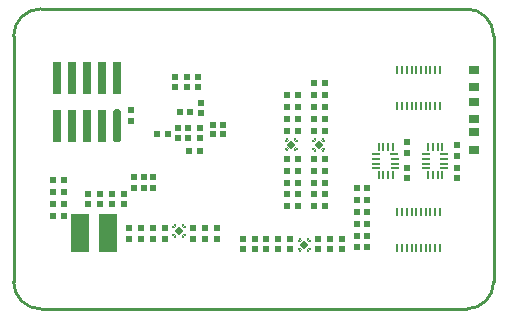
<source format=gbp>
G04*
G04 #@! TF.GenerationSoftware,Altium Limited,Altium Designer,20.1.11 (218)*
G04*
G04 Layer_Color=128*
%FSLAX44Y44*%
%MOMM*%
G71*
G04*
G04 #@! TF.SameCoordinates,FB7AA9F9-362F-42BE-8F52-ADE0DE83CFEB*
G04*
G04*
G04 #@! TF.FilePolarity,Positive*
G04*
G01*
G75*
%ADD22C,0.2540*%
%ADD23R,0.2000X0.7000*%
%ADD29R,0.5100X0.6000*%
%ADD34R,0.2000X0.6500*%
%ADD35R,0.7500X0.2000*%
%ADD36R,0.6500X0.2000*%
%ADD37R,0.6000X0.5100*%
%ADD38R,0.8800X0.7100*%
%ADD39R,0.2600X0.2400*%
%ADD40R,0.1000X0.1000*%
G04:AMPARAMS|DCode=41|XSize=0.1mm|YSize=0.235mm|CornerRadius=0mm|HoleSize=0mm|Usage=FLASHONLY|Rotation=135.000|XOffset=0mm|YOffset=0mm|HoleType=Round|Shape=Rectangle|*
%AMROTATEDRECTD41*
4,1,4,0.1184,0.0477,-0.0477,-0.1184,-0.1184,-0.0477,0.0477,0.1184,0.1184,0.0477,0.0*
%
%ADD41ROTATEDRECTD41*%

%ADD42R,0.3900X0.1100*%
%ADD43R,0.2400X0.2600*%
%ADD44P,0.7354X4X180.0*%
G04:AMPARAMS|DCode=45|XSize=0.235mm|YSize=0.1mm|CornerRadius=0mm|HoleSize=0mm|Usage=FLASHONLY|Rotation=135.000|XOffset=0mm|YOffset=0mm|HoleType=Round|Shape=Rectangle|*
%AMROTATEDRECTD45*
4,1,4,0.1184,-0.0477,0.0477,-0.1184,-0.1184,0.0477,-0.0477,0.1184,0.1184,-0.0477,0.0*
%
%ADD45ROTATEDRECTD45*%

%ADD46R,0.2400X0.2600*%
%ADD47R,0.1000X0.1000*%
G04:AMPARAMS|DCode=48|XSize=0.1mm|YSize=0.235mm|CornerRadius=0mm|HoleSize=0mm|Usage=FLASHONLY|Rotation=225.000|XOffset=0mm|YOffset=0mm|HoleType=Round|Shape=Rectangle|*
%AMROTATEDRECTD48*
4,1,4,-0.0477,0.1184,0.1184,-0.0477,0.0477,-0.1184,-0.1184,0.0477,-0.0477,0.1184,0.0*
%
%ADD48ROTATEDRECTD48*%

%ADD49R,0.1100X0.3900*%
%ADD50R,0.2600X0.2400*%
%ADD51P,0.7354X4X270.0*%
G04:AMPARAMS|DCode=52|XSize=0.235mm|YSize=0.1mm|CornerRadius=0mm|HoleSize=0mm|Usage=FLASHONLY|Rotation=225.000|XOffset=0mm|YOffset=0mm|HoleType=Round|Shape=Rectangle|*
%AMROTATEDRECTD52*
4,1,4,0.0477,0.1184,0.1184,0.0477,-0.0477,-0.1184,-0.1184,-0.0477,0.0477,0.1184,0.0*
%
%ADD52ROTATEDRECTD52*%

%ADD102R,0.7366X2.7940*%
G04:AMPARAMS|DCode=103|XSize=2.794mm|YSize=0.7366mm|CornerRadius=0mm|HoleSize=0mm|Usage=FLASHONLY|Rotation=90.000|XOffset=0mm|YOffset=0mm|HoleType=Round|Shape=Octagon|*
%AMOCTAGOND103*
4,1,8,0.1842,1.3970,-0.1842,1.3970,-0.3683,1.2129,-0.3683,-1.2129,-0.1842,-1.3970,0.1842,-1.3970,0.3683,-1.2129,0.3683,1.2129,0.1842,1.3970,0.0*
%
%ADD103OCTAGOND103*%

%ADD104R,1.6500X3.2000*%
D22*
X22860Y254000D02*
G03*
X-10Y231150I-10J-22860D01*
G01*
X10Y22870D02*
G03*
X22860Y0I22860J-10D01*
G01*
X406420Y231150D02*
G03*
X383570Y254020I-22860J10D01*
G01*
X383570Y0D02*
G03*
X406440Y22850I10J22860D01*
G01*
X22860Y254000D02*
X383540Y254000D01*
X406420Y22830D02*
Y231140D01*
X22870Y0D02*
X383540Y0D01*
X0Y22880D02*
Y231120D01*
D23*
X360900Y171600D02*
D03*
Y202400D02*
D03*
X356900Y171600D02*
D03*
Y202400D02*
D03*
X352900Y171600D02*
D03*
Y202400D02*
D03*
X348900Y171600D02*
D03*
Y202400D02*
D03*
X344900Y171600D02*
D03*
Y202400D02*
D03*
X340900Y171600D02*
D03*
Y202400D02*
D03*
X336900Y171600D02*
D03*
Y202400D02*
D03*
X332900Y171600D02*
D03*
Y202400D02*
D03*
X328900Y171600D02*
D03*
Y202400D02*
D03*
X324900Y171600D02*
D03*
Y202400D02*
D03*
X360900Y51600D02*
D03*
Y82400D02*
D03*
X356900Y51600D02*
D03*
Y82400D02*
D03*
X352900Y51600D02*
D03*
Y82400D02*
D03*
X348900Y51600D02*
D03*
Y82400D02*
D03*
X344900Y51600D02*
D03*
Y82400D02*
D03*
X340900Y51600D02*
D03*
Y82400D02*
D03*
X336900Y51600D02*
D03*
Y82400D02*
D03*
X332900Y51600D02*
D03*
Y82400D02*
D03*
X328900Y51600D02*
D03*
Y82400D02*
D03*
X324900Y51600D02*
D03*
Y82400D02*
D03*
D29*
X290500Y62000D02*
D03*
X299500D02*
D03*
X254500Y191000D02*
D03*
X263500D02*
D03*
X42580Y109000D02*
D03*
X33580D02*
D03*
X42580Y89000D02*
D03*
X33580D02*
D03*
X177580Y148000D02*
D03*
X168580D02*
D03*
X121580D02*
D03*
X130580D02*
D03*
X149580Y167000D02*
D03*
X140580D02*
D03*
X177500Y156000D02*
D03*
X168500D02*
D03*
X148580Y134000D02*
D03*
X157580D02*
D03*
X263580Y107000D02*
D03*
X254580D02*
D03*
X263580Y117000D02*
D03*
X254580D02*
D03*
X263580Y127000D02*
D03*
X254580D02*
D03*
X263580Y151000D02*
D03*
X254580D02*
D03*
X263580Y161000D02*
D03*
X254580D02*
D03*
X263580Y171000D02*
D03*
X254580D02*
D03*
X231580Y107000D02*
D03*
X240580D02*
D03*
X231580Y117000D02*
D03*
X240580D02*
D03*
Y127000D02*
D03*
X231580D02*
D03*
X240580Y151000D02*
D03*
X231580D02*
D03*
X240580Y161000D02*
D03*
X231580D02*
D03*
Y171000D02*
D03*
X240580D02*
D03*
X42580Y99000D02*
D03*
X33580D02*
D03*
X254580Y181000D02*
D03*
X263580D02*
D03*
X231580D02*
D03*
X240580D02*
D03*
X290500Y52000D02*
D03*
X299500D02*
D03*
X254580Y97000D02*
D03*
X263580D02*
D03*
X231580D02*
D03*
X240580D02*
D03*
X299500Y102000D02*
D03*
X290500D02*
D03*
X33580Y79000D02*
D03*
X42580D02*
D03*
X254580Y87000D02*
D03*
X263580D02*
D03*
X231580D02*
D03*
X240580D02*
D03*
X290500Y92000D02*
D03*
X299500D02*
D03*
Y82000D02*
D03*
X290500D02*
D03*
X299500Y72000D02*
D03*
X290500D02*
D03*
D34*
X363000Y136750D02*
D03*
X359000D02*
D03*
X355000D02*
D03*
X351000D02*
D03*
Y113250D02*
D03*
X355000D02*
D03*
X359000D02*
D03*
X363000D02*
D03*
X321000Y136750D02*
D03*
X317000D02*
D03*
X313000D02*
D03*
X309000D02*
D03*
Y113250D02*
D03*
X313000D02*
D03*
X317000D02*
D03*
X321000D02*
D03*
D35*
X364250Y131000D02*
D03*
X322250D02*
D03*
D36*
X349250D02*
D03*
Y127000D02*
D03*
Y123000D02*
D03*
Y119000D02*
D03*
X364750D02*
D03*
Y123000D02*
D03*
Y127000D02*
D03*
X307250Y131000D02*
D03*
Y127000D02*
D03*
Y123000D02*
D03*
Y119000D02*
D03*
X322750D02*
D03*
Y123000D02*
D03*
Y127000D02*
D03*
D37*
X375000Y129500D02*
D03*
Y138500D02*
D03*
X108080Y68500D02*
D03*
Y59500D02*
D03*
X118080Y68500D02*
D03*
Y59500D02*
D03*
X128080Y68500D02*
D03*
Y59500D02*
D03*
X152080Y68500D02*
D03*
Y59500D02*
D03*
X162080Y68500D02*
D03*
Y59500D02*
D03*
X172080Y68500D02*
D03*
Y59500D02*
D03*
X158080Y144500D02*
D03*
Y153500D02*
D03*
X148080Y144500D02*
D03*
Y153500D02*
D03*
X139080Y144500D02*
D03*
Y153500D02*
D03*
X118080Y111500D02*
D03*
Y102500D02*
D03*
X110080Y111500D02*
D03*
Y102500D02*
D03*
X102080D02*
D03*
Y111500D02*
D03*
X159080Y174500D02*
D03*
Y165500D02*
D03*
X146460Y196660D02*
D03*
Y187660D02*
D03*
X214080Y59500D02*
D03*
Y50500D02*
D03*
X224080Y59500D02*
D03*
Y50500D02*
D03*
X234080Y59500D02*
D03*
Y50500D02*
D03*
X258080Y59500D02*
D03*
Y50500D02*
D03*
X268080Y59500D02*
D03*
Y50500D02*
D03*
X278080Y59500D02*
D03*
Y50500D02*
D03*
X333000Y132000D02*
D03*
Y141000D02*
D03*
Y119500D02*
D03*
Y110500D02*
D03*
X194080Y59500D02*
D03*
Y50500D02*
D03*
X98080Y59500D02*
D03*
Y68500D02*
D03*
X136460Y196660D02*
D03*
Y187660D02*
D03*
X156460D02*
D03*
Y196660D02*
D03*
X99080Y159500D02*
D03*
Y168500D02*
D03*
X204080Y59500D02*
D03*
Y50500D02*
D03*
X93080Y97500D02*
D03*
Y88500D02*
D03*
X63080Y97500D02*
D03*
Y88500D02*
D03*
X73080Y97500D02*
D03*
Y88500D02*
D03*
X83080Y97500D02*
D03*
Y88500D02*
D03*
X375000Y110500D02*
D03*
Y119500D02*
D03*
D38*
X390000Y134500D02*
D03*
Y149500D02*
D03*
Y175500D02*
D03*
Y160500D02*
D03*
Y187500D02*
D03*
Y202500D02*
D03*
D39*
X143330Y70800D02*
D03*
Y61200D02*
D03*
X136830D02*
D03*
Y70800D02*
D03*
X249330Y58800D02*
D03*
Y49200D02*
D03*
X242830D02*
D03*
Y58800D02*
D03*
D40*
X145080Y71000D02*
D03*
X143780Y69400D02*
D03*
X136380Y62600D02*
D03*
X143780D02*
D03*
X136380Y69400D02*
D03*
X251080Y59000D02*
D03*
X249780Y57400D02*
D03*
X242380Y50600D02*
D03*
X249780D02*
D03*
X242380Y57400D02*
D03*
D41*
X238200Y135870D02*
D03*
X231960Y142130D02*
D03*
X255210Y141930D02*
D03*
X261450Y135670D02*
D03*
D42*
X144130Y70000D02*
D03*
X136030Y62000D02*
D03*
X144130D02*
D03*
X136030Y70000D02*
D03*
X250130Y58000D02*
D03*
X242030Y50000D02*
D03*
X250130D02*
D03*
X242030Y58000D02*
D03*
D43*
X144880Y69250D02*
D03*
X135280Y62750D02*
D03*
X144880D02*
D03*
X135280Y69250D02*
D03*
X250880Y57250D02*
D03*
X241280Y50750D02*
D03*
X250880D02*
D03*
X241280Y57250D02*
D03*
D44*
X235080Y139000D02*
D03*
X258330Y138800D02*
D03*
D45*
X231960Y135870D02*
D03*
X238200Y142130D02*
D03*
X261450Y141930D02*
D03*
X255210Y135670D02*
D03*
D46*
X230280Y135750D02*
D03*
X239880D02*
D03*
Y142250D02*
D03*
X230280D02*
D03*
X253530Y142050D02*
D03*
X263130D02*
D03*
Y135550D02*
D03*
X253530D02*
D03*
D47*
X231680Y135300D02*
D03*
X238480Y142700D02*
D03*
Y135300D02*
D03*
X231680Y142700D02*
D03*
X230080Y144000D02*
D03*
X253330Y143800D02*
D03*
X254930Y142500D02*
D03*
X261730Y135100D02*
D03*
Y142500D02*
D03*
X254930Y135100D02*
D03*
D48*
X143210Y69120D02*
D03*
X136950Y62880D02*
D03*
X249210Y57120D02*
D03*
X242950Y50880D02*
D03*
D49*
X231080Y134950D02*
D03*
X239080Y143050D02*
D03*
Y134950D02*
D03*
X231080Y143050D02*
D03*
X254330Y142850D02*
D03*
X262330Y134750D02*
D03*
Y142850D02*
D03*
X254330Y134750D02*
D03*
D50*
X231830Y134200D02*
D03*
X238330Y143800D02*
D03*
Y134200D02*
D03*
X231830Y143800D02*
D03*
X255080Y143600D02*
D03*
X261580Y134000D02*
D03*
Y143600D02*
D03*
X255080Y134000D02*
D03*
D51*
X140080Y66000D02*
D03*
X246080Y54000D02*
D03*
D52*
X143210Y62880D02*
D03*
X136950Y69120D02*
D03*
X249210Y50880D02*
D03*
X242950Y57120D02*
D03*
D102*
X36680Y195320D02*
D03*
Y154680D02*
D03*
X49380Y195320D02*
D03*
Y154680D02*
D03*
X62080Y195320D02*
D03*
Y154680D02*
D03*
X74780Y195320D02*
D03*
Y154680D02*
D03*
X87480Y195320D02*
D03*
D103*
Y154680D02*
D03*
D104*
X56580Y64000D02*
D03*
X79580D02*
D03*
M02*

</source>
